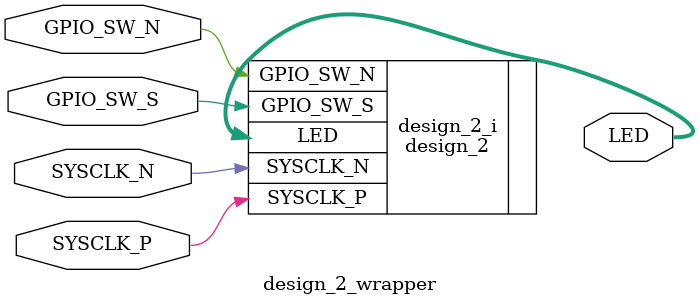
<source format=v>
`timescale 1 ps / 1 ps

module design_2_wrapper
   (GPIO_SW_N,
    GPIO_SW_S,
    LED,
    SYSCLK_N,
    SYSCLK_P);
  input [0:0]GPIO_SW_N;
  input GPIO_SW_S;
  output [7:0]LED;
  input SYSCLK_N;
  input SYSCLK_P;

  wire [0:0]GPIO_SW_N;
  wire GPIO_SW_S;
  wire [7:0]LED;
  wire SYSCLK_N;
  wire SYSCLK_P;

  design_2 design_2_i
       (.GPIO_SW_N(GPIO_SW_N),
        .GPIO_SW_S(GPIO_SW_S),
        .LED(LED),
        .SYSCLK_N(SYSCLK_N),
        .SYSCLK_P(SYSCLK_P));
endmodule

</source>
